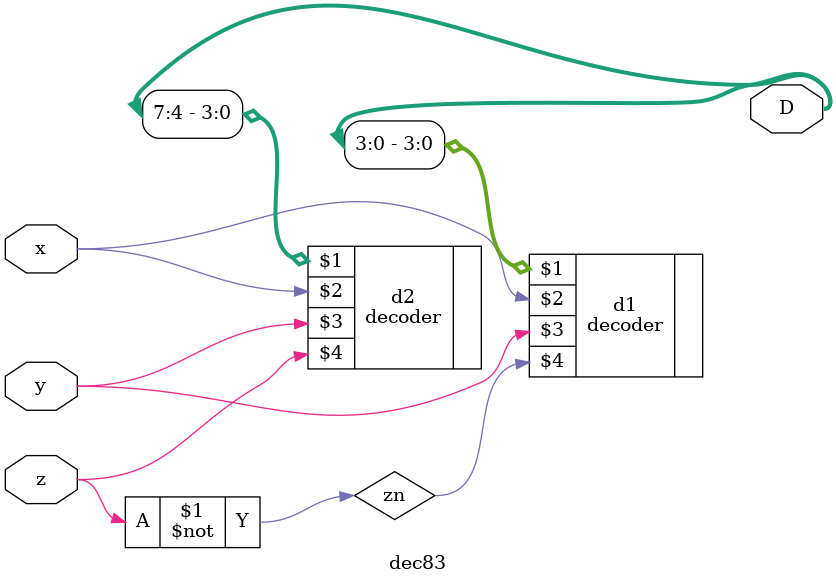
<source format=v>
module dec83(D,x,y,z);
	input x,y,z;
	output [7:0]D;
	
	wire zn;
	
	assign zn=~z;
	
	decoder d1(D[3:0],x,y,zn);
	decoder d2(D[7:4],x,y,z);
	
	

endmodule
</source>
